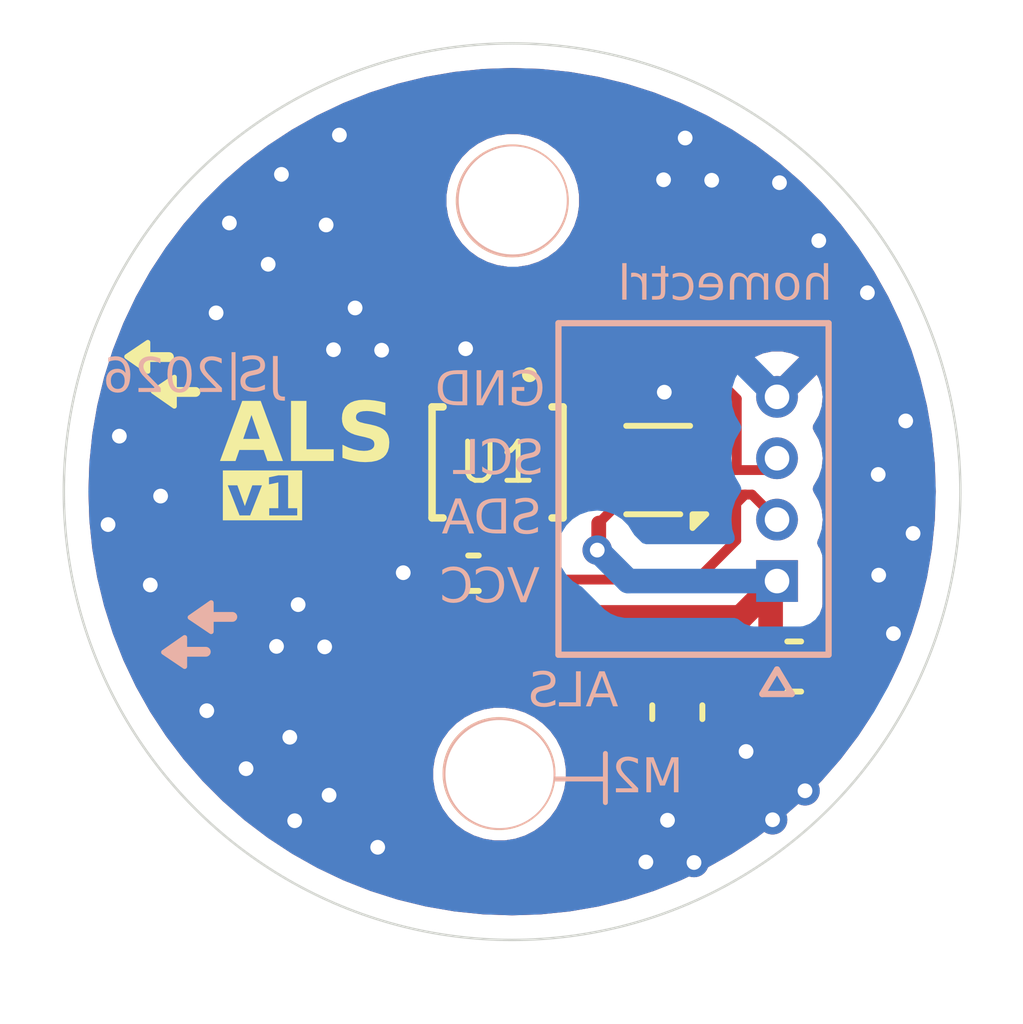
<source format=kicad_pcb>
(kicad_pcb (version 20240108) (generator "pcbnew") (generator_version "8.0")
  (title_block (title "Lux Module") (rev "A") (company "Jeevan Sanchez"))
  (layers (0 "F.Cu" signal) (31 "B.Cu" signal) (34 "B.Paste" user) (35 "F.Paste" user) (36 "B.SilkS" user "B.Silkscreen") (37 "F.SilkS" user "F.Silkscreen") (38 "B.Mask" user) (39 "F.Mask" user) (44 "Edge.Cuts" user))
  (net 0 "")
  (net 1 "+3V3")
  (net 2 "GND")
  (net 3 "/SDA")
  (net 4 "/SCL")
  (footprint "Capacitor_SMD:C_0603_1608Metric" (layer "F.Cu") (at 136.6 58.6 -90)
    (property "Reference" "Ce" (hide yes))
    (property "Value" "0.1uF")
    (fp_line (start -0.14058 0.51) (end 0.14058 0.51) (stroke (width 0.12)) (layer "F.SilkS"))
    (fp_line (start -0.14058 -0.51) (end 0.14058 -0.51) (stroke (width 0.12)) (layer "F.SilkS"))
    (pad "1" smd roundrect (at -0.775 0 270) (size 0.9 0.95) (layers "F.Cu" "F.Paste" "F.Mask") (net 1 "+3V3"))
    (pad "2" smd roundrect (at 0.775 0 270) (size 0.9 0.95) (layers "F.Cu" "F.Paste" "F.Mask") (net 2 "GND"))
  )
  (footprint "Capacitor_SMD:C_0603_1608Metric" (layer "F.Cu") (at 138.98 57.67)
    (property "Reference" "C2" (hide yes))
    (property "Value" "10uF")
    (fp_line (start -0.14058 -0.51) (end 0.14058 -0.51) (stroke (width 0.12)) (layer "F.SilkS"))
    (fp_line (start -0.14058 0.51) (end 0.14058 0.51) (stroke (width 0.12)) (layer "F.SilkS"))
    (pad "1" smd roundrect (at -0.775 0) (size 0.9 0.95) (layers "F.Cu" "F.Paste" "F.Mask") (net 1 "+3V3"))
    (pad "2" smd roundrect (at 0.775 0) (size 0.9 0.95) (layers "F.Cu" "F.Paste" "F.Mask") (net 2 "GND"))
  )
  (footprint "MountingHole:MountingHole_2.2mm_M2" (layer "F.Cu") (at 132.98 59.86)
    (property "Reference" "H1" (hide yes))
    (property "Value" "MountingHole")
    (pad "" np_thru_hole circle (at 0 0) (size 2.2 2.2) (drill 2.2) (layers "*.Cu" "*.Mask"))
  )
  (footprint "Package_TO_SOT_SMD:SOT-553" (layer "F.Cu") (at 136.21 53.67 180)
    (property "Reference" "U2" (hide yes))
    (property "Value" "TPD3E001DRLR" (hide yes))
    (fp_line (start 0.65 0.9) (end -0.65 0.9) (stroke (width 0.12)) (layer "F.SilkS"))
    (fp_line (start 0.65 -0.9) (end -0.45 -0.9) (stroke (width 0.12)) (layer "F.SilkS"))
    (fp_poly (pts (xy -0.7 -0.9) (xy -0.98 -0.9) (xy -0.7 -1.18) (xy -0.7 -0.9)) (stroke (width 0.12)) (fill solid) (layer "F.SilkS"))
    (pad "1" smd roundrect (at -0.7 -0.5375 180) (size 0.45 0.225) (layers "F.Cu" "F.Paste" "F.Mask") (net 3 "/SDA"))
    (pad "2" smd roundrect (at -0.7 -0.0125 180) (size 0.45 0.225) (layers "F.Cu" "F.Paste" "F.Mask") (net 4 "/SCL"))
    (pad "3" smd roundrect (at -0.7 0.5375 180) (size 0.45 0.275) (layers "F.Cu" "F.Paste" "F.Mask") (net 2 "GND"))
    (pad "4" smd roundrect (at 0.7 0.5 180) (size 0.45 0.3) (layers "F.Cu" "F.Paste" "F.Mask"))
    (pad "5" smd roundrect (at 0.7 -0.5 180) (size 0.45 0.3) (layers "F.Cu" "F.Paste" "F.Mask") (net 1 "+3V3"))
  )
  (footprint "ul_TSL25911FN:lux-TSL2591" (layer "F.Cu") (at 132.940014 53.5145 -90)
    (property "Reference" "U1" (at 0 0 0) (layer "F.SilkS") (effects (font (size 0.8 0.8) (thickness 0.1))))
    (property "Value" "TSL25911FN")
    (fp_line (start -1.1303 1.3335) (end 1.1303 1.3335) (stroke (width 0.1524)) (layer "F.SilkS"))
    (fp_line (start 1.1303 1.3335) (end 1.1303 1.109726) (stroke (width 0.1524)) (layer "F.SilkS"))
    (fp_line (start -1.1303 1.109726) (end -1.1303 1.3335) (stroke (width 0.1524)) (layer "F.SilkS"))
    (fp_line (start 1.1303 -1.109726) (end 1.1303 -1.3335) (stroke (width 0.1524)) (layer "F.SilkS"))
    (fp_line (start -1.1303 -1.3335) (end -1.1303 -1.109726) (stroke (width 0.1524)) (layer "F.SilkS"))
    (fp_line (start 1.1303 -1.3335) (end -1.1303 -1.3335) (stroke (width 0.1524)) (layer "F.SilkS"))
    (fp_circle (center -1.785493 -0.649986) (end -1.709293 -0.649986) (stroke (width 0.1524)) (fill none) (layer "F.SilkS"))
    (pad "1" smd rect (at -0.8255 -0.649986 270) (size 1.0668 0.254) (layers "F.Cu" "F.Paste" "F.Mask") (net 4 "/SCL"))
    (pad "2" smd rect (at -0.8255 0 270) (size 1.0668 0.254) (layers "F.Cu" "F.Paste" "F.Mask"))
    (pad "3" smd rect (at -0.8255 0.649986 270) (size 1.0668 0.254) (layers "F.Cu" "F.Paste" "F.Mask") (net 2 "GND"))
    (pad "4" smd rect (at 0.8255 0.649986 270) (size 1.0668 0.254) (layers "F.Cu" "F.Paste" "F.Mask"))
    (pad "5" smd rect (at 0.8255 0 270) (size 1.0668 0.254) (layers "F.Cu" "F.Paste" "F.Mask") (net 1 "+3V3"))
    (pad "6" smd rect (at 0.8255 -0.649986 270) (size 1.0668 0.254) (layers "F.Cu" "F.Paste" "F.Mask") (net 3 "/SDA"))
  )
  (footprint "MountingHole:MountingHole_2.2mm_M2" (layer "F.Cu") (at 133.25 48.18)
    (property "Reference" "H2" (hide yes))
    (property "Value" "MountingHole")
    (pad "" np_thru_hole circle (at 0 0) (size 2.2 2.2) (drill 2.2) (layers "*.Cu" "*.Mask"))
  )
  (footprint "Capacitor_SMD:C_0402_1005Metric" (layer "F.Cu") (at 132.45 55.77 180)
    (property "Reference" "C1" (hide yes))
    (property "Value" "1uF")
    (fp_line (start -0.107836 0.36) (end 0.107836 0.36) (stroke (width 0.12)) (layer "F.SilkS"))
    (fp_line (start -0.107836 -0.36) (end 0.107836 -0.36) (stroke (width 0.12)) (layer "F.SilkS"))
    (pad "1" smd roundrect (at -0.48 0 180) (size 0.56 0.62) (layers "F.Cu" "F.Paste" "F.Mask") (net 1 "+3V3"))
    (pad "2" smd roundrect (at 0.48 0 180) (size 0.56 0.62) (layers "F.Cu" "F.Paste" "F.Mask") (net 2 "GND"))
  )
  (footprint "530480410:MOLEX_530480410" (layer "B.Cu") (at 138.63 55.93 90)
    (property "Reference" "J1" (hide yes))
    (property "Value" "Conn_01x04")
    (fp_line (start 5.25 -4.45) (end 5.25 1.05) (stroke (width 0.127)) (layer "B.SilkS"))
    (fp_line (start -1.5 -4.45) (end 5.25 -4.45) (stroke (width 0.127)) (layer "B.SilkS"))
    (fp_line (start -2.3 -0.3) (end -1.8 0) (stroke (width 0.127)) (layer "B.SilkS"))
    (fp_line (start -1.8 0) (end -2.3 0.3) (stroke (width 0.127)) (layer "B.SilkS"))
    (fp_line (start -2.3 0.3) (end -2.3 -0.3) (stroke (width 0.127)) (layer "B.SilkS"))
    (fp_line (start 5.25 1.05) (end -1.5 1.05) (stroke (width 0.127)) (layer "B.SilkS"))
    (fp_line (start -1.5 1.05) (end -1.5 -4.45) (stroke (width 0.127)) (layer "B.SilkS"))
    (pad "1" thru_hole rect (at 0 0 90) (size 0.85 0.85) (drill 0.5) (layers "*.Cu") (net 1 "+3V3"))
    (pad "2" thru_hole circle (at 1.25 0 90) (size 0.85 0.85) (drill 0.5) (layers "*.Cu") (net 3 "/SDA"))
    (pad "3" thru_hole circle (at 2.5 0 90) (size 0.85 0.85) (drill 0.5) (layers "*.Cu") (net 4 "/SCL"))
    (pad "4" thru_hole circle (at 3.75 0 90) (size 0.85 0.85) (drill 0.5) (layers "*.Cu") (net 2 "GND"))
  )
  (gr_poly (pts (xy 127.11 56.96) (xy 127.11 56.37) (xy 126.68 56.67)) (stroke (width 0.1)) (fill solid) (layer "B.SilkS"))
  (gr_poly (pts (xy 126.57 57.67) (xy 126.57 57.08) (xy 126.14 57.38)) (stroke (width 0.1)) (fill solid) (layer "B.SilkS"))
  (gr_line (start 127 57.37) (end 126.6 57.37) (stroke (width 0.2)) (layer "B.SilkS"))
  (gr_line (start 127.54 56.66) (end 127.14 56.66) (stroke (width 0.2)) (layer "B.SilkS"))
  (gr_circle (center 132.97 59.85) (end 134.07 59.85) (stroke (width 0.1)) (fill none) (layer "B.SilkS"))
  (gr_line (start 135.135752 60.44) (end 135.135752 59.44) (stroke (width 0.1)) (layer "B.SilkS"))
  (gr_line (start 134.125752 59.96) (end 135.125752 59.96) (stroke (width 0.1)) (layer "B.SilkS"))
  (gr_circle (center 133.24 48.19) (end 134.34 48.19) (stroke (width 0.1)) (fill none) (layer "B.SilkS"))
  (gr_line (start 126.79 52.08) (end 126.39 52.08) (stroke (width 0.2)) (layer "F.SilkS"))
  (gr_line (start 126.25 51.37) (end 125.85 51.37) (stroke (width 0.2)) (layer "F.SilkS"))
  (gr_circle (center 133.24 48.19) (end 134.34 48.19) (stroke (width 0.1)) (fill none) (layer "F.SilkS"))
  (gr_circle (center 132.97 59.85) (end 134.07 59.85) (stroke (width 0.1)) (fill none) (layer "F.SilkS"))
  (gr_poly (pts (xy 126.36 51.78) (xy 126.36 52.37) (xy 125.93 52.07)) (stroke (width 0.1)) (fill solid) (layer "F.SilkS"))
  (gr_poly (pts (xy 125.82 51.07) (xy 125.82 51.66) (xy 125.39 51.36)) (stroke (width 0.1)) (fill solid) (layer "F.SilkS"))
  (gr_circle (center 133.235978 54.11) (end 140.34 59.84) (stroke (width 0.05)) (fill none) (layer "Edge.Cuts"))
  (gr_text "ALS" (at 135.4 58.6 0) (layer "B.SilkS") (effects (font (size 0.7 0.7) (thickness 0.1)) (justify left bottom mirror)))
  (gr_text "|" (at 127.4 51.38 180) (layer "B.SilkS") (effects (font (size 0.7 0.7) (thickness 0.1)) (justify left bottom mirror)))
  (gr_text "homectrl" (at 139.76 50.32 0) (layer "B.SilkS") (effects (font (size 0.7 0.7) (thickness 0.1)) (justify left bottom mirror)))
  (gr_text "2026" (at 127.4 52.2 0) (layer "B.SilkS") (effects (font (size 0.7 0.7) (thickness 0.1)) (justify left bottom mirror)))
  (gr_text "SDA\n" (at 133.83 55.08 0) (layer "B.SilkS") (effects (font (size 0.7 0.7) (thickness 0.1)) (justify left bottom mirror)))
  (gr_text "SCL" (at 133.88 53.87 0) (layer "B.SilkS") (effects (font (size 0.7 0.7) (thickness 0.1)) (justify left bottom mirror)))
  (gr_text "JS" (at 128.56 52.18 0) (layer "B.SilkS") (effects (font (size 0.7 0.7) (thickness 0.1)) (justify left bottom mirror)))
  (gr_text "M2" (at 136.72 60.35 0) (layer "B.SilkS") (effects (font (size 0.7 0.7) (thickness 0.1)) (justify left bottom mirror)))
  (gr_text "VCC" (at 133.8 56.48 0) (layer "B.SilkS") (effects (font (size 0.7 0.7) (thickness 0.1)) (justify left bottom mirror)))
  (gr_text "GND" (at 133.91 52.47 0) (layer "B.SilkS") (effects (font (size 0.7 0.7) (thickness 0.1)) (justify left bottom mirror)))
  (gr_text "ALS" (at 127.28 53.69 0) (layer "F.SilkS") (effects (font (size 1.2 1.2) (thickness 0.2) (bold yes)) (justify left bottom)))
  (gr_text "v1" (at 127.43 54.73 0) (layer "F.SilkS" knockout) (effects (font (size 0.8 0.8) (thickness 0.2) (bold yes)) (justify left bottom)))
  (segment (start 133.83 56.67) (end 132.93 55.77) (width 0.5) (layer "F.Cu") (net 1))
  (segment (start 138.5 56.06) (end 138.63 55.93) (width 0.5) (layer "F.Cu") (net 1))
  (segment (start 132.940014 55.759986) (end 132.93 55.77) (width 0.2) (layer "F.Cu") (net 1))
  (segment (start 137.89 56.67) (end 133.83 56.67) (width 0.5) (layer "F.Cu") (net 1))
  (segment (start 135 54.75) (end 135 55.27) (width 0.3) (layer "F.Cu") (net 1))
  (segment (start 135.51 54.24) (end 135 54.75) (width 0.2) (layer "F.Cu") (net 1))
  (segment (start 138.205 57.67) (end 138.5 57.67) (width 0.5) (layer "F.Cu") (net 1))
  (segment (start 136.755 57.67) (end 136.6 57.825) (width 0.5) (layer "F.Cu") (net 1))
  (segment (start 135 55.27) (end 134.97 55.3) (width 0.3) (layer "F.Cu") (net 1))
  (segment (start 135.51 54.17) (end 135.51 54.24) (width 0.2) (layer "F.Cu") (net 1))
  (segment (start 138.5 57.67) (end 138.5 56.06) (width 0.5) (layer "F.Cu") (net 1))
  (segment (start 138.205 57.67) (end 136.755 57.67) (width 0.5) (layer "F.Cu") (net 1))
  (segment (start 138.63 55.93) (end 137.89 56.67) (width 0.5) (layer "F.Cu") (net 1))
  (segment (start 132.940014 54.34) (end 132.940014 55.759986) (width 0.2) (layer "F.Cu") (net 1))
  (segment (start 134.97 55.3) (end 134.98 55.3) (width 0.2) (layer "F.Cu") (net 1))
  (segment (start 132.93 54.350014) (end 132.940014 54.34) (width 0.2) (layer "F.Cu") (net 1))
  (via (at 134.97 55.3) (size 0.6) (drill 0.3) (layers "F.Cu" "B.Cu") (net 1))
  (segment (start 138.63 55.93) (end 135.6 55.93) (width 0.5) (layer "B.Cu") (net 1))
  (segment (start 135.6 55.93) (end 134.97 55.3) (width 0.5) (layer "B.Cu") (net 1))
  (segment (start 140.33 57.67) (end 139.46 57.67) (width 0.2) (layer "F.Cu") (net 2))
  (segment (start 131.97 55.77) (end 131.03 55.77) (width 0.2) (layer "F.Cu") (net 2))
  (segment (start 141 57) (end 140.33 57.67) (width 0.2) (layer "F.Cu") (net 2))
  (segment (start 138 59.4) (end 136.625 59.4) (width 0.3) (layer "F.Cu") (net 2))
  (segment (start 131.03 55.77) (end 131.02 55.76) (width 0.2) (layer "F.Cu") (net 2))
  (segment (start 132.290028 51.2) (end 132.290028 51.190028) (width 0.2) (layer "F.Cu") (net 2))
  (segment (start 136.625 59.4) (end 136.6 59.375) (width 0.3) (layer "F.Cu") (net 2))
  (segment (start 132.290028 52.689) (end 132.290028 51.2) (width 0.2) (layer "F.Cu") (net 2))
  (segment (start 136.335 52.085) (end 136.91 52.66) (width 0.2) (layer "F.Cu") (net 2))
  (segment (start 136.91 52.66) (end 136.91 53.1325) (width 0.2) (layer "F.Cu") (net 2))
  (segment (start 132.290028 51.190028) (end 132.29 51.19) (width 0.2) (layer "F.Cu") (net 2))
  (via (at 127.21 50.47) (size 0.6) (drill 0.3) (layers "F.Cu" "B.Cu") (net 2))
  (via (at 140.47 50.06) (size 0.6) (drill 0.3) (layers "F.Cu" "B.Cu") (net 2))
  (via (at 138.68 47.82) (size 0.6) (drill 0.3) (layers "F.Cu" "B.Cu") (net 2))
  (via (at 126.08 54.2) (size 0.6) (drill 0.3) (layers "F.Cu" "B.Cu") (net 2))
  (via (at 129.72 46.85) (size 0.6) (drill 0.3) (layers "F.Cu" "B.Cu") (net 2))
  (via (at 141 57) (size 0.6) (drill 0.3) (layers "F.Cu" "B.Cu") (net 2))
  (via (at 139.48 49) (size 0.6) (drill 0.3) (layers "F.Cu" "B.Cu") (net 2))
  (via (at 139.2 60.2) (size 0.6) (drill 0.3) (layers "F.Cu" "B.Cu") (net 2))
  (via (at 128.27 49.48) (size 0.6) (drill 0.3) (layers "F.Cu" "B.Cu") (net 2))
  (via (at 140.7 55.81) (size 0.6) (drill 0.3) (layers "F.Cu" "B.Cu") (net 2))
  (via (at 138.54 60.79) (size 0.6) (drill 0.3) (layers "F.Cu" "B.Cu") (net 2))
  (via (at 127.82 59.75) (size 0.6) (drill 0.3) (layers "F.Cu" "B.Cu") (net 2))
  (via (at 125.87 56.01) (size 0.6) (drill 0.3) (layers "F.Cu" "B.Cu") (net 2))
  (via (at 128.81 60.81) (size 0.6) (drill 0.3) (layers "F.Cu" "B.Cu") (net 2))
  (via (at 136.76 46.91) (size 0.6) (drill 0.3) (layers "F.Cu" "B.Cu") (net 2))
  (via (at 136.335 52.085) (size 0.6) (drill 0.3) (layers "F.Cu" "B.Cu") (net 2))
  (via (at 136.32 47.76) (size 0.6) (drill 0.3) (layers "F.Cu" "B.Cu") (net 2))
  (via (at 131.02 55.76) (size 0.6) (drill 0.3) (layers "F.Cu" "B.Cu") (net 2))
  (via (at 127.02 58.57) (size 0.6) (drill 0.3) (layers "F.Cu" "B.Cu") (net 2))
  (via (at 129.51 60.29) (size 0.6) (drill 0.3) (layers "F.Cu" "B.Cu") (net 2))
  (via (at 138 59.4) (size 0.6) (drill 0.3) (layers "F.Cu" "B.Cu") (net 2))
  (via (at 135.96 61.65) (size 0.6) (drill 0.3) (layers "F.Cu" "B.Cu") (net 2))
  (via (at 128.88 56.41) (size 0.6) (drill 0.3) (layers "F.Cu" "B.Cu") (net 2))
  (via (at 140.69 53.76) (size 0.6) (drill 0.3) (layers "F.Cu" "B.Cu") (net 2))
  (via (at 130.5 61.35) (size 0.6) (drill 0.3) (layers "F.Cu" "B.Cu") (net 2))
  (via (at 136.94 61.66) (size 0.6) (drill 0.3) (layers "F.Cu" "B.Cu") (net 2))
  (via (at 129.42 57.27) (size 0.6) (drill 0.3) (layers "F.Cu" "B.Cu") (net 2))
  (via (at 129.45 48.68) (size 0.6) (drill 0.3) (layers "F.Cu" "B.Cu") (net 2))
  (via (at 141.25 52.67) (size 0.6) (drill 0.3) (layers "F.Cu" "B.Cu") (net 2))
  (via (at 130.58 51.23) (size 0.6) (drill 0.3) (layers "F.Cu" "B.Cu") (net 2))
  (via (at 128.54 47.65) (size 0.6) (drill 0.3) (layers "F.Cu" "B.Cu") (net 2))
  (via (at 132.290028 51.2) (size 0.6) (drill 0.3) (layers "F.Cu" "B.Cu") (net 2))
  (via (at 136.4 60.8) (size 0.6) (drill 0.3) (layers "F.Cu" "B.Cu") (net 2))
  (via (at 128.44 57.26) (size 0.6) (drill 0.3) (layers "F.Cu" "B.Cu") (net 2))
  (via (at 130.04 50.37) (size 0.6) (drill 0.3) (layers "F.Cu" "B.Cu") (net 2))
  (via (at 128.71 59.11) (size 0.6) (drill 0.3) (layers "F.Cu" "B.Cu") (net 2))
  (via (at 141.4 54.96) (size 0.6) (drill 0.3) (layers "F.Cu" "B.Cu") (net 2))
  (via (at 127.48 48.64) (size 0.6) (drill 0.3) (layers "F.Cu" "B.Cu") (net 2))
  (via (at 137.3 47.77) (size 0.6) (drill 0.3) (layers "F.Cu" "B.Cu") (net 2))
  (via (at 125.01 54.78) (size 0.6) (drill 0.3) (layers "F.Cu" "B.Cu") (net 2))
  (via (at 129.6 51.22) (size 0.6) (drill 0.3) (layers "F.Cu" "B.Cu") (net 2))
  (via (at 125.24 52.98) (size 0.6) (drill 0.3) (layers "F.Cu" "B.Cu") (net 2))
  (segment (start 137.64 54.17) (end 137.98 54.17) (width 0.2) (layer "F.Cu") (net 3))
  (segment (start 134.26 55.9) (end 137 55.9) (width 0.2) (layer "F.Cu") (net 3))
  (segment (start 137 55.9) (end 137.8 55.1) (width 0.2) (layer "F.Cu") (net 3))
  (segment (start 137.8 54.35) (end 137.98 54.17) (width 0.2) (layer "F.Cu") (net 3))
  (segment (start 136.91 54.17) (end 137.64 54.17) (width 0.2) (layer "F.Cu") (net 3))
  (segment (start 138.12 54.17) (end 138.63 54.68) (width 0.2) (layer "F.Cu") (net 3))
  (segment (start 137.98 54.17) (end 138.12 54.17) (width 0.2) (layer "F.Cu") (net 3))
  (segment (start 133.59 55.64) (end 133.85 55.9) (width 0.2) (layer "F.Cu") (net 3))
  (segment (start 133.85 55.9) (end 134.26 55.9) (width 0.2) (layer "F.Cu") (net 3))
  (segment (start 133.59 54.34) (end 133.59 55.64) (width 0.2) (layer "F.Cu") (net 3))
  (segment (start 134.26 55.9) (end 134.22 55.94) (width 0.2) (layer "F.Cu") (net 3))
  (segment (start 137.8 55.1) (end 137.8 54.35) (width 0.2) (layer "F.Cu") (net 3))
  (segment (start 133.59 52.689) (end 133.59 52.16) (width 0.2) (layer "F.Cu") (net 4))
  (segment (start 137.81 52.22) (end 137.81 53.67) (width 0.2) (layer "F.Cu") (net 4))
  (segment (start 138.39 53.67) (end 138.63 53.43) (width 0.2) (layer "F.Cu") (net 4))
  (segment (start 133.59 52.16) (end 134.28 51.47) (width 0.2) (layer "F.Cu") (net 4))
  (segment (start 136.9475 53.67) (end 138.39 53.67) (width 0.2) (layer "F.Cu") (net 4))
  (segment (start 134.28 51.47) (end 137.06 51.47) (width 0.2) (layer "F.Cu") (net 4))
  (segment (start 137.06 51.47) (end 137.81 52.22) (width 0.2) (layer "F.Cu") (net 4))
  (zone (net 2) (net_name "GND") (layers "F&B.Cu") (name "GND") (connect_pads (clearance 0.5)) (min_thickness 0.25) (fill yes (thermal_gap 0.5) (thermal_bridge_width 0.5))
    (polygon (pts (xy 123 44.2) (xy 143.4 44.2) (xy 143.6 64) (xy 123 63.8)))
  )
)
</source>
